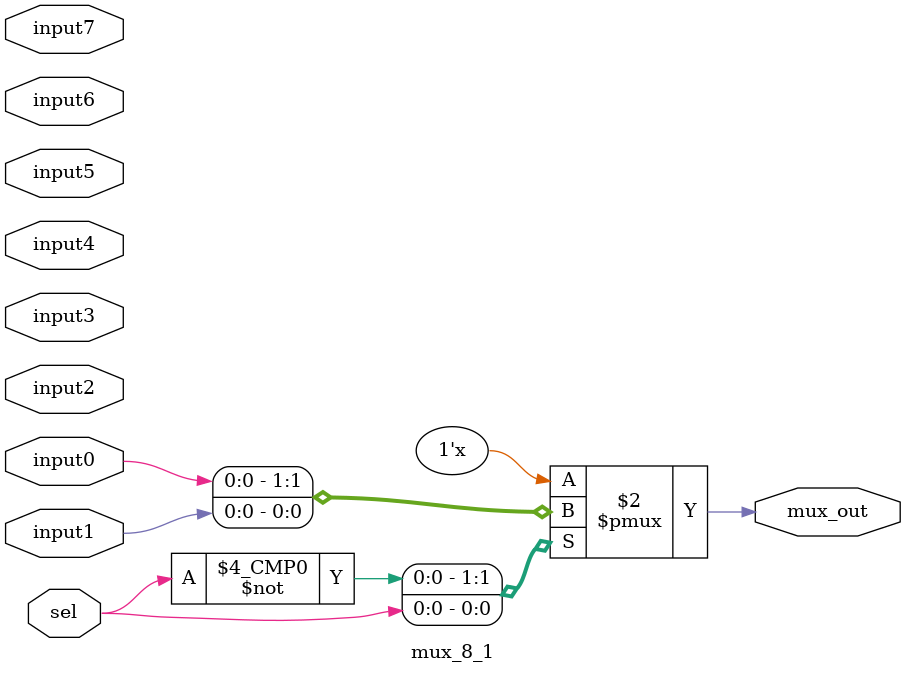
<source format=sv>
module mux_8_1(
				input logic input0,
				input logic input1,
				input logic input2,
				input logic input3,
				input logic input4,
				input logic input5,
				input logic input6,
				input logic input7,				
				input logic sel,
				output logic mux_out				
				);
always_comb begin
     case(sel)
		3'b000:
			mux_out=input0;
		3'b001:
			mux_out=input1;
		3'b010:
			mux_out=input2;
		3'b011:
			mux_out=input3;
		3'b100:
			mux_out=input4;
		3'b101:
			mux_out=input5;
		3'b110:
			mux_out=input6;
		3'b111:
			mux_out=input7;
       endcase
end		
endmodule		
				
</source>
